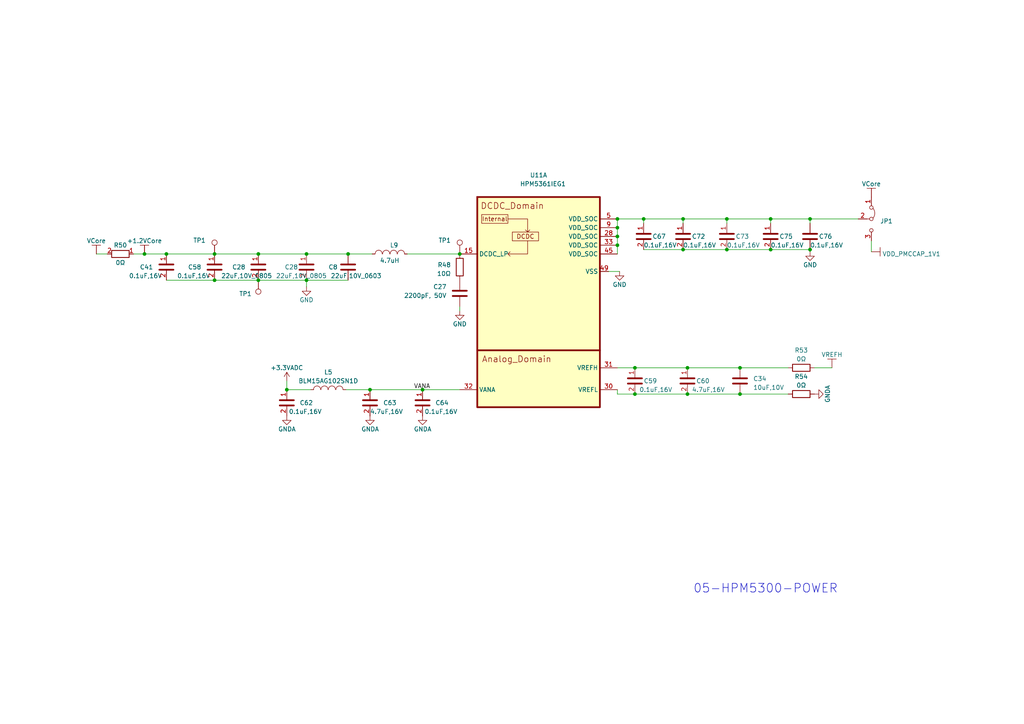
<source format=kicad_sch>
(kicad_sch (version 20230121) (generator eeschema)
  (paper "A4")
  (title_block (title "HPM6750 ADC EVK") (date "2023-5-25") (rev "A"))
  (lib_symbols
    (symbol "0.1uF,16V_10" (pin_names (offset 0.254))
      (property "Reference" "C" (at 0.635 2.54 0))
      (property "Value" "0.1uF,16V_10" (at 0.635 -2.54 0))
      (symbol "0.1uF,16V_10_0_1"
        (polyline (pts (xy -2.032 -0.762) (xy 2.032 -0.762)) (stroke (width 0.508)))
        (polyline (pts (xy -2.032 0.762) (xy 2.032 0.762)) (stroke (width 0.508)))
      )
      (symbol "0.1uF,16V_10_1_1"
        (pin passive line (at 0 3.81 270) (length 2.794) (name "~") (number "1"))
        (pin passive line (at 0 -3.81 90) (length 2.794) (name "~") (number "2"))
      )
    )
    (symbol "0.1uF,16V_11" (pin_numbers hide) (pin_names (offset 0.254))
      (property "Reference" "C" (at 0.635 2.54 0))
      (property "Value" "0.1uF,16V_11" (at 0.635 -2.54 0))
      (symbol "0.1uF,16V_11_0_1"
        (polyline (pts (xy -2.032 -0.762) (xy 2.032 -0.762)) (stroke (width 0.508)))
        (polyline (pts (xy -2.032 0.762) (xy 2.032 0.762)) (stroke (width 0.508)))
      )
      (symbol "0.1uF,16V_11_1_1"
        (pin passive line (at 0 3.81 270) (length 2.794) (name "~") (number "1"))
        (pin passive line (at 0 -3.81 90) (length 2.794) (name "~") (number "2"))
      )
    )
    (symbol "0.1uF,16V_3" (pin_names (offset 0.254))
      (property "Reference" "C" (at 0.635 2.54 0))
      (property "Value" "0.1uF,16V_3" (at 0.635 -2.54 0))
      (symbol "0.1uF,16V_3_0_1"
        (polyline (pts (xy -2.032 -0.762) (xy 2.032 -0.762)) (stroke (width 0.508)))
        (polyline (pts (xy -2.032 0.762) (xy 2.032 0.762)) (stroke (width 0.508)))
      )
      (symbol "0.1uF,16V_3_1_1"
        (pin passive line (at 0 3.81 270) (length 2.794) (name "~") (number "1"))
        (pin passive line (at 0 -3.81 90) (length 2.794) (name "~") (number "2"))
      )
    )
    (symbol "0.1uF,16V_4" (pin_names (offset 0.254))
      (property "Reference" "C" (at 0.635 2.54 0))
      (property "Value" "0.1uF,16V_4" (at 0.635 -2.54 0))
      (symbol "0.1uF,16V_4_0_1"
        (polyline (pts (xy -2.032 -0.762) (xy 2.032 -0.762)) (stroke (width 0.508)))
        (polyline (pts (xy -2.032 0.762) (xy 2.032 0.762)) (stroke (width 0.508)))
      )
      (symbol "0.1uF,16V_4_1_1"
        (pin passive line (at 0 3.81 270) (length 2.794) (name "~") (number "1"))
        (pin passive line (at 0 -3.81 90) (length 2.794) (name "~") (number "2"))
      )
    )
    (symbol "0.1uF,16V_7" (pin_names (offset 0.254))
      (property "Reference" "C" (at 0.635 2.54 0))
      (property "Value" "0.1uF,16V_7" (at 0.635 -2.54 0))
      (symbol "0.1uF,16V_7_0_1"
        (polyline (pts (xy -2.032 -0.762) (xy 2.032 -0.762)) (stroke (width 0.508)))
        (polyline (pts (xy -2.032 0.762) (xy 2.032 0.762)) (stroke (width 0.508)))
      )
      (symbol "0.1uF,16V_7_1_1"
        (pin passive line (at 0 3.81 270) (length 2.794) (name "~") (number "1"))
        (pin passive line (at 0 -3.81 90) (length 2.794) (name "~") (number "2"))
      )
    )
    (symbol "0.1uF,16V_8" (pin_names (offset 0.254))
      (property "Reference" "C" (at 0.635 2.54 0))
      (property "Value" "0.1uF,16V_8" (at 0.635 -2.54 0))
      (symbol "0.1uF,16V_8_0_1"
        (polyline (pts (xy -2.032 -0.762) (xy 2.032 -0.762)) (stroke (width 0.508)))
        (polyline (pts (xy -2.032 0.762) (xy 2.032 0.762)) (stroke (width 0.508)))
      )
      (symbol "0.1uF,16V_8_1_1"
        (pin passive line (at 0 3.81 270) (length 2.794) (name "~") (number "1"))
        (pin passive line (at 0 -3.81 90) (length 2.794) (name "~") (number "2"))
      )
    )
    (symbol "0.1uF,16V_9" (pin_names (offset 0.254))
      (property "Reference" "C" (at 0.635 2.54 0))
      (property "Value" "0.1uF,16V_9" (at 0.635 -2.54 0))
      (symbol "0.1uF,16V_9_0_1"
        (polyline (pts (xy -2.032 -0.762) (xy 2.032 -0.762)) (stroke (width 0.508)))
        (polyline (pts (xy -2.032 0.762) (xy 2.032 0.762)) (stroke (width 0.508)))
      )
      (symbol "0.1uF,16V_9_1_1"
        (pin passive line (at 0 3.81 270) (length 2.794) (name "~") (number "1"))
        (pin passive line (at 0 -3.81 90) (length 2.794) (name "~") (number "2"))
      )
    )
    (symbol "00_HPM5300_Library:HPM5361IEG1"
      (property "Reference" "U" (at 1.27 1.27 0))
      (property "Value" "HPM5361IEG1" (at 26.67 1.27 0))
      (property "Footprint" "00_HPM_Library:QFN-48_6x6mm_P0.4mm_EP4.2x4.2mm" (at 19.05 7.62 0))
      (symbol "HPM5361IEG1_1_0"
        (pin power_in line (at 38.1 -21.59 180) (length 2.54) (name "VSS") (number "49"))
      )
      (symbol "HPM5361IEG1_1_1"
        (polyline (pts (xy 0 -44.45) (xy 35.56 -44.45)) (stroke (width 0.508)))
        (polyline (pts (xy 8.89 -6.35) (xy 14.605 -6.35) (xy 14.605 -10.16) (xy 13.97 -9.525) (xy 14.605 -10.16) (xy 15.24 -9.525)))
        (polyline (pts (xy 14.605 -12.7) (xy 14.605 -16.51) (xy 8.89 -16.51) (xy 9.525 -15.875) (xy 8.89 -16.51) (xy 9.525 -17.145)))
        (rectangle (start 0 0) (end 35.56 -60.96) (stroke (width 0.508)) (fill (type background)))
        (rectangle (start 1.27 -5.08) (end 8.89 -7.62))
        (rectangle (start 10.16 -10.16) (end 17.78 -12.7))
        (text "Analog_Domain" (at 11.43 -46.99 0) (effects (font (size 1.778 1.778))))
        (text "DCDC" (at 13.97 -11.43 0) (effects (font (size 1.27 1.27))))
        (text "DCDC_Domain" (at 10.16 -2.54 0) (effects (font (size 1.778 1.778))))
        (text "Internal" (at 5.08 -6.35 0) (effects (font (size 1.27 1.27))))
        (pin power_in line (at -5.08 -16.51 0) (length 5.08) (name "DCDC_LP") (number "15"))
        (pin power_in line (at 40.64 -11.43 180) (length 5.08) (name "VDD_SOC") (number "28"))
        (pin power_in line (at 40.64 -55.88 180) (length 5.08) (name "VREFL") (number "30"))
        (pin power_in line (at 40.64 -49.53 180) (length 5.08) (name "VREFH") (number "31"))
        (pin power_in line (at -5.08 -55.88 0) (length 5.08) (name "VANA") (number "32"))
        (pin power_in line (at 40.64 -13.97 180) (length 5.08) (name "VDD_SOC") (number "33"))
        (pin power_in line (at 40.64 -16.51 180) (length 5.08) (name "VDD_SOC") (number "45"))
        (pin power_in line (at 40.64 -6.35 180) (length 5.08) (name "VDD_SOC") (number "5"))
        (pin power_in line (at 40.64 -8.89 180) (length 5.08) (name "VDD_SOC") (number "9"))
      )
      (symbol "HPM5361IEG1_2_1"
        (rectangle (start 0 0) (end 35.56 -30.48) (stroke (width 0.508)) (fill (type background)))
        (pin input line (at -5.08 -20.32 0) (length 5.08) (name "RESETN") (number "13"))
        (pin input line (at -5.08 -24.13 0) (length 5.08) (name "WAKEUP") (number "14"))
        (pin input line (at -5.08 -5.08 0) (length 5.08) (name "XTALI") (number "35"))
        (pin output line (at -5.08 -15.24 0) (length 5.08) (name "XTALO") (number "36"))
      )
      (symbol "HPM5361IEG1_3_0"
        (polyline (pts (xy 8.89 -13.97) (xy 60.96 -13.97) (xy 59.944 -13.462) (xy 60.96 -13.97) (xy 59.944 -14.478)))
        (polyline (pts (xy 8.89 -5.08) (xy 60.96 -5.08) (xy 59.944 -4.572) (xy 60.96 -5.08) (xy 59.944 -5.588)))
        (polyline (pts (xy 66.04 -13.97) (xy 144.78 -13.97) (xy 143.764 -13.462) (xy 144.78 -13.97) (xy 143.764 -14.478)))
        (polyline (pts (xy 66.04 -5.08) (xy 144.78 -5.08) (xy 143.764 -4.572) (xy 144.78 -5.08) (xy 143.764 -5.588)))
      )
      (symbol "HPM5361IEG1_3_1"
        (polyline (pts (xy 0 -17.78) (xy 158.75 -17.78)) (stroke (width 0.508)))
        (polyline (pts (xy 8.89 -12.7) (xy 8.89 -5.08) (xy 8.89 -13.97)))
        (rectangle (start 0 0) (end 158.75 -34.29) (stroke (width 0.508)) (fill (type background)))
        (rectangle (start 60.96 -12.7) (end 66.04 -15.24))
        (rectangle (start 60.96 -3.81) (end 66.04 -6.35))
        (text "LDO" (at 63.5 -13.97 0) (effects (font (size 1.27 1.27))))
        (text "LDO" (at 63.5 -5.08 0) (effects (font (size 1.27 1.27))))
        (pin power_out line (at 163.83 -13.97 180) (length 5.08) (name "VDD_OTPCAP") (number "10"))
        (pin power_in line (at -5.08 -5.08 0) (length 5.08) (name "VPMC") (number "16"))
        (pin power_out line (at 163.83 -5.08 180) (length 5.08) (name "VDD_PMCCAP") (number "17"))
        (pin bidirectional line (at -5.08 -26.67 0) (length 5.08) (name "PY01/TMR3.CAPT0/URT0.RXD/CAN2.RXD/PWM0.P1/PWM1.P5/PWM0.FAULT1/WDG0.RST/USB0.OC/PMIC_PY01/PURT.RXD/PTMR.COMP1/SOC.GPIO_Y01") (number "18"))
        (pin bidirectional line (at -5.08 -24.13 0) (length 5.08) (name "PY00/TMR3.COMP0/URT0.TXD/CAN2.TXD/PWM0.P0/PWM1.P4/PWM0.FAULT0/USB0.ID/PMIC_PY00/PURT.TXD/PTMR.COMP0/SOC.GPIO_Y00") (number "19"))
      )
      (symbol "HPM5361IEG1_4_1"
        (polyline (pts (xy 0 -13.97) (xy 207.01 -13.97)) (stroke (width 0.5)))
        (rectangle (start 0 0) (end 207.01 -96.52) (stroke (width 0.508)) (fill (type background)))
        (pin bidirectional line (at -5.08 -29.21 0) (length 5.08) (name "PA04/URT1.CTS/SPI0.CS0/CAN1.RXD/PWM0.P0/PWM1.P4/TRGM0.P04/RDC0.EXC_P/QEI1.A/QEO1.A/SEI1.DE/JTAG.TDO") (number "1"))
        (pin bidirectional line (at -5.08 -21.59 0) (length 5.08) (name "PA01/TMR1.CAPT0/URT0.RXD/CAN0.RXD/PWM0.FAULT1/PWM1.P1/TRGM0.P01/ACMP.COMP0") (number "11"))
        (pin bidirectional line (at -5.08 -19.05 0) (length 5.08) (name "PA00/TMR1.COMP0/URT0.TXD/CAN0.TXD/PWM0.FAULT0/PWM1.P0/TRGM0.P00/PWM1.FAULT0") (number "12"))
        (pin bidirectional line (at -5.08 -39.37 0) (length 5.08) (name "PA08/TMR0.COMP1/URT2.TXD/I2C2.SCL/SPI3.CS2/CAN2.TXD/PWM0.P4/PWM0.FAULT0/JTAG.TRST") (number "2"))
        (pin bidirectional line (at -5.08 -90.17 0) (length 5.08) (name "PB15/TMR0.COMP3/URT3.TXD/SPI2.DAT3/CAN3.TXD/PWM0.FAULT1/PWM1.P3/TRGM0.P03/RDC0.EXC_N/QEI0.H0/SEI0.RX/ADC0.IN7/ADC1.IN7/CMP0.INP1/CMP1.INP1/OPA1.INN1") (number "20"))
        (pin bidirectional line (at -5.08 -87.63 0) (length 5.08) (name "PB14/URT3.RXD/SPI2.DAT2/CAN3.RXD/PWM0.FAULT0/PWM1.P2/TRGM0.P02/RDC0.EXC_P/QEI0.Z/QEO1.Z/SEI0.TX/ADC0.IN6/ADC1.IN6/CMP0.INN1/CMP1.INN1/OPA1.INP1") (number "21"))
        (pin bidirectional line (at -5.08 -85.09 0) (length 5.08) (name "PB13/TMR1.COMP3/URT3.DE/URT3.RTS/I2C3.SCL/SPI2.MOSI/CAN3.STBY/PWM1.FAULT1/PWM1.P1/TRGM0.P01/QEI0.B/QEO1.B/SEI0.CK/ADC0.IN5/ADC1.IN5/CMP0.INP2/CMP1.INP2/OPA1.INN0") (number "22"))
        (pin bidirectional line (at -5.08 -82.55 0) (length 5.08) (name "PB12/URT3.CTS/I2C3.SDA/SPI2.MISO/PWM1.FAULT0/PWM1.P0/TRGM0.P00/QEI0.A/QEO1.A/SEI0.DE/ADC0.IN4/ADC1.IN4/CMP0.INN2/CMP1.INN2/OPA1.INP0") (number "23"))
        (pin bidirectional line (at -5.08 -80.01 0) (length 5.08) (name "PB11/URT2.CTS/SPI2.SCLK/ACMP.COMP1/PWM1.P7/QEI0.F/SEI1.RX/ADC0.IN3/ADC1.IN3/CMP0.INN4/CMP1.INN4/OPA0.INN3/OPA1.INN3") (number "24"))
        (pin bidirectional line (at -5.08 -77.47 0) (length 5.08) (name "PB10/TMR0.COMP2/URT2.DE/URT2.RTS/SPI2.CS0/CAN2.STBY/ACMP.COMP0/PWM1.P6/QEI0.H1/QEO1.Z/SEI1.TX/USB0.PWR/ADC0.IN2/ADC1.IN2/CMP0.INP4/CMP1.INP4/OPA0.INP3/OPA1.INP3") (number "25"))
        (pin bidirectional line (at -5.08 -74.93 0) (length 5.08) (name "PB09/TMR0.CAPT1/URT2.RXD/I2C2.SDA/SPI2.CS1/CAN2.RXD/ACMP.COMP1/PWM1.P5/QEI1.F/QEO1.B/SEI1.CK/USB0.OC/ADC0.IN1/ADC1.IN1/DAC1.OUT/CMP0.INP6/CMP1.INP6/OPA0.INN2/OPA1.INN2") (number "26"))
        (pin bidirectional line (at -5.08 -72.39 0) (length 5.08) (name "PB08/TMR0.COMP1/URT2.TXD/I2C2.SCL/SPI2.CS2/CAN2.TXD/ACMP.COMP0/PWM1.P4/QEI1.H1/QEO1.A/SEI1.DE/USB0.ID/ADC0.IN11/ADC1.IN11/DAC0.OUT/CMP0.INN6/CMP1.INN6/OPA0.INP2/OPA1.INP2") (number "27"))
        (pin power_in line (at -5.08 -8.89 0) (length 5.08) (name "VIO_B01") (number "29"))
        (pin bidirectional line (at -5.08 -41.91 0) (length 5.08) (name "PA09/TMR0.CAPT1/URT2.RXD/I2C2.SDA/SPI3.CS1/CAN2.RXD/PWM0.P5/PWM0.FAULT1") (number "3"))
        (pin power_in line (at -5.08 -6.35 0) (length 5.08) (name "VIO_B00") (number "34"))
        (pin bidirectional line (at -5.08 -64.77 0) (length 5.08) (name "PA31/TMR2.COMP3/URT7.TXD/SPI1.DAT3/CAN3.TXD/XPI0.CA_CS0/PWM0.P7/PWM1.P7/TRGM0.P07/QEI0.F/USB0.ID") (number "37"))
        (pin bidirectional line (at -5.08 -62.23 0) (length 5.08) (name "PA30/URT7.RXD/SPI1.DAT2/CAN3.RXD/XPI0.CA_D1/PWM0.P6/PWM1.P6/TRGM0.P06/QEI0.H1/USB0.PWR") (number "38"))
        (pin bidirectional line (at -5.08 -59.69 0) (length 5.08) (name "PA29/TMR3.COMP3/URT7.DE/URT7.RTS/I2C3.SCL/SPI1.MOSI/CAN3.STBY/XPI0.CA_D2/PWM0.P5/PWM1.P5/TRGM0.P05/RDC0.EXC_N/QEI0.H0/SEI0.RX/USB0.OC") (number "39"))
        (pin bidirectional line (at -5.08 -44.45 0) (length 5.08) (name "PA10/TMR0.COMP2/URT2.DE/URT2.RTS/SPI3.CS0/CAN2.STBY/PWM0.P6/PWM1.FAULT0/ACMP.COMP0/QEI1.A/QEO0.A/SEI1.DE") (number "4"))
        (pin bidirectional line (at -5.08 -57.15 0) (length 5.08) (name "PA28/URT7.CTS/I2C3.SDA/SPI1.MISO/XPI0.CA_D0/PWM0.P4/PWM1.P4/TRGM0.P04/RDC0.EXC_P/QEI0.Z/QEO0.Z/SEI0.TX") (number "40"))
        (pin bidirectional line (at -5.08 -54.61 0) (length 5.08) (name "PA27/URT6.CTS/SPI1.SCLK/XPI0.CA_SCLK/PWM0.P3/PWM1.P3/TRGM0.P03/QEI0.B/QEO0.B/SEI0.CK") (number "41"))
        (pin bidirectional line (at -5.08 -52.07 0) (length 5.08) (name "PA26/TMR2.COMP2/URT6.DE/URT6.RTS/SPI1.CS0/CAN2.STBY/XPI0.CA_D3/PWM0.P2/PWM1.P2/TRGM0.P02/QEI0.A/QEO0.A/SEI0.DE") (number "42"))
        (pin bidirectional line (at -5.08 -49.53 0) (length 5.08) (name "PA25/TMR2.CAPT1/URT6.RXD/I2C2.SDA/SPI1.CS1/CAN2.RXD/XPI0.CA_DQS/PWM0.P1/PWM1.P1/TRGM0.P01/QEI0.F") (number "43"))
        (pin bidirectional line (at -5.08 -46.99 0) (length 5.08) (name "PA24/TMR2.COMP1/URT6.TXD/I2C2.SCL/SPI1.CS2/CAN2.TXD/XPI0.CA_CS1/PWM0.P0/PWM1.P0/TRGM0.P00/QEI0.H1") (number "44"))
        (pin bidirectional line (at -5.08 -36.83 0) (length 5.08) (name "PA07/TMR0.COMP0/URT1.TXD/I2C1.SCL/SPI0.MOSI/PWM0.P3/PWM1.P7/TRGM0.P07/QEI1.H0/SEI1.RX/JTAG.TMS") (number "46"))
        (pin bidirectional line (at -5.08 -34.29 0) (length 5.08) (name "PA06/TMR0.CAPT0/URT1.RXD/I2C1.SDA/SPI0.MISO/PWM0.P2/PWM1.P6/TRGM0.P06/QEI1.Z/QEO1.Z/SEI1.TX/JTAG.TCK") (number "47"))
        (pin bidirectional line (at -5.08 -31.75 0) (length 5.08) (name "PA05/TMR1.COMP2/URT1.DE/URT1.RTS/SPI0.SCLK/CAN1.TXD/PWM0.P1/PWM1.P5/TRGM0.P05/RDC0.EXC_N/QEI1.B/QEO1.B/SEI1.CK/JTAG.TDI") (number "48"))
        (pin power_in line (at -5.08 -3.81 0) (length 5.08) (name "VIO_B00") (number "6"))
        (pin bidirectional line (at -5.08 -26.67 0) (length 5.08) (name "PA03/TMR1.CAPT1/URT0.CTS/I2C0.SDA/SPI3.CS3/CAN1.STBY/ACMP.COMP1/PWM1.P3/TRGM0.P03/PWM1.FAULT1/QEI1.H1/ADC0.DBG") (number "7"))
        (pin bidirectional line (at -5.08 -24.13 0) (length 5.08) (name "PA02/TMR1.COMP1/URT0.DE/URT0.RTS/I2C0.SCL/CAN0.STBY/ACMP.COMP0/PWM1.P2/TRGM0.P02/ACMP.COMP1/QEI1.F/ADC1.DBG") (number "8"))
      )
    )
    (symbol "02_HPM_Resis:10Ω" (pin_numbers hide) (pin_names (offset 0))
      (property "Reference" "R" (at -3.81 0.635 0))
      (property "Value" "10Ω" (at 5.08 0.635 0))
      (symbol "10Ω_0_1"
        (rectangle (start 2.54 -1.016) (end -2.54 1.016) (stroke (width 0.254)))
      )
      (symbol "10Ω_1_1"
        (pin passive line (at -3.81 0 0) (length 1.27) (name "~") (number "1"))
        (pin passive line (at 3.81 0 180) (length 1.27) (name "~") (number "2"))
      )
    )
    (symbol "03_HPM_CAP:0.1uF,16V" (pin_names (offset 0.254))
      (property "Reference" "C" (at 0.635 2.54 0))
      (property "Value" "0.1uF,16V" (at 0.635 -2.54 0))
      (symbol "0.1uF,16V_0_1"
        (polyline (pts (xy -2.032 -0.762) (xy 2.032 -0.762)) (stroke (width 0.508)))
        (polyline (pts (xy -2.032 0.762) (xy 2.032 0.762)) (stroke (width 0.508)))
      )
      (symbol "0.1uF,16V_1_1"
        (pin passive line (at 0 3.81 270) (length 2.794) (name "~") (number "1"))
        (pin passive line (at 0 -3.81 90) (length 2.794) (name "~") (number "2"))
      )
    )
    (symbol "03_HPM_CAP:10uF,10V" (pin_numbers hide) (pin_names (offset 0.254))
      (property "Reference" "C" (at 0.635 2.54 0))
      (property "Value" "10uF,10V" (at 0.635 -2.54 0))
      (symbol "10uF,10V_0_1"
        (polyline (pts (xy -2.032 -0.762) (xy 2.032 -0.762)) (stroke (width 0.508)))
        (polyline (pts (xy -2.032 0.762) (xy 2.032 0.762)) (stroke (width 0.508)))
      )
      (symbol "10uF,10V_1_1"
        (pin passive line (at 0 3.81 270) (length 2.794) (name "~") (number "1"))
        (pin passive line (at 0 -3.81 90) (length 2.794) (name "~") (number "2"))
      )
    )
    (symbol "03_HPM_CAP:2200pF" (pin_numbers hide) (pin_names (offset 0.254))
      (property "Reference" "C" (at 0.635 2.54 0))
      (property "Value" "2200pF" (at 0.635 -2.54 0))
      (symbol "2200pF_0_1"
        (polyline (pts (xy -2.032 -0.762) (xy 2.032 -0.762)) (stroke (width 0.508)))
        (polyline (pts (xy -2.032 0.762) (xy 2.032 0.762)) (stroke (width 0.508)))
      )
      (symbol "2200pF_1_1"
        (pin passive line (at 0 3.81 270) (length 2.794) (name "~") (number "1"))
        (pin passive line (at 0 -3.81 90) (length 2.794) (name "~") (number "2"))
      )
    )
    (symbol "03_HPM_Capacitance:22uF,10V_0603" (pin_numbers hide) (pin_names (offset 0.254))
      (property "Reference" "C" (at 0.635 2.54 0))
      (property "Value" "22uF,10V_0603" (at 0.635 -2.54 0))
      (symbol "22uF,10V_0603_0_1"
        (polyline (pts (xy -2.032 -0.762) (xy 2.032 -0.762)) (stroke (width 0.508)))
        (polyline (pts (xy -2.032 0.762) (xy 2.032 0.762)) (stroke (width 0.508)))
      )
      (symbol "22uF,10V_0603_1_1"
        (pin passive line (at 0 3.81 270) (length 2.794) (name "~") (number "1"))
        (pin passive line (at 0 -3.81 90) (length 2.794) (name "~") (number "2"))
      )
    )
    (symbol "03_HPM_Capacitance:22uF,10V_0805"
      (property "Reference" "C" (at 0 8.89 0))
      (property "Value" "22uF,10V_0805" (at 0 13.97 0))
      (symbol "22uF,10V_0805_0_1"
        (polyline (pts (xy -2.032 -0.762) (xy 2.032 -0.762)) (stroke (width 0.508)))
        (polyline (pts (xy -2.032 0.762) (xy 2.032 0.762)) (stroke (width 0.508)))
      )
      (symbol "22uF,10V_0805_1_1"
        (pin passive line (at 0 3.81 270) (length 2.794) (name "~") (number "1"))
        (pin passive line (at 0 -3.81 90) (length 2.794) (name "~") (number "2"))
      )
    )
    (symbol "07_HPM_L:SWPA3012S4R7MT" (pin_numbers hide) (pin_names (offset 1.016) hide)
      (property "Reference" "L" (at 6.35 2.54 0))
      (property "Value" "SWPA3012S4R7MT" (at 0 -2.54 0))
      (symbol "SWPA3012S4R7MT_1_1"
        (arc (start -3.2766 1.0922) (mid -4.0214 0.7672) (end -4.2926 0))
        (arc (start -2.286 0) (mid -2.5476 0.7513) (end -3.2766 1.0922))
        (arc (start -1.143 1.0922) (mid -1.8885 0.7665) (end -2.1336 0))
        (arc (start -0.127 0) (mid -0.3961 0.7692) (end -1.143 1.0922))
        (arc (start 1.016 1.0922) (mid 0.2712 0.7672) (end 0 0))
        (arc (start 2.032 0) (mid 1.7629 0.7692) (end 1.016 1.0922))
        (arc (start 3.2004 1.0922) (mid 2.4549 0.7665) (end 2.2098 0))
        (arc (start 4.2164 0) (mid 3.9473 0.7692) (end 3.2004 1.0922))
        (pin input line (at -5.08 0 0) (length 0.762) (name "1") (number "1"))
        (pin input line (at 5.08 0 180) (length 0.762) (name "2") (number "2"))
      )
    )
    (symbol "0Ω_2" (pin_numbers hide) (pin_names (offset 0))
      (property "Reference" "R" (at -3.81 0.635 0))
      (property "Value" "0Ω" (at 5.08 0.635 0))
      (symbol "0Ω_2_0_1"
        (rectangle (start 2.54 -1.016) (end -2.54 1.016) (stroke (width 0.254)))
      )
      (symbol "0Ω_2_1_1"
        (pin passive line (at -3.81 0 0) (length 1.27) (name "~") (number "1"))
        (pin passive line (at 3.81 0 180) (length 1.27) (name "~") (number "2"))
      )
    )
    (symbol "0Ω_4" (pin_names (offset 0))
      (property "Reference" "R" (at -3.81 0.635 0))
      (property "Value" "0Ω_4" (at 5.08 0.635 0))
      (symbol "0Ω_4_0_1"
        (rectangle (start 2.54 -1.016) (end -2.54 1.016) (stroke (width 0.254)))
      )
      (symbol "0Ω_4_1_1"
        (pin passive line (at -3.81 0 0) (length 1.27) (name "~") (number "1"))
        (pin passive line (at 3.81 0 180) (length 1.27) (name "~") (number "2"))
      )
    )
    (symbol "4.7uF,10V_1" (pin_names (offset 0.254))
      (property "Reference" "C" (at 0.635 2.54 0))
      (property "Value" "4.7uF,10V_1" (at 0.635 -2.54 0))
      (symbol "4.7uF,10V_1_0_1"
        (polyline (pts (xy -2.032 -0.762) (xy 2.032 -0.762)) (stroke (width 0.508)))
        (polyline (pts (xy -2.032 0.762) (xy 2.032 0.762)) (stroke (width 0.508)))
      )
      (symbol "4.7uF,10V_1_1_1"
        (pin passive line (at 0 3.81 270) (length 2.794) (name "~") (number "1"))
        (pin passive line (at 0 -3.81 90) (length 2.794) (name "~") (number "2"))
      )
    )
    (symbol "4.7uF,10V_2" (pin_names (offset 0.254))
      (property "Reference" "C" (at 0.635 2.54 0))
      (property "Value" "4.7uF,10V_2" (at 0.635 -2.54 0))
      (symbol "4.7uF,10V_2_0_1"
        (polyline (pts (xy -2.032 -0.762) (xy 2.032 -0.762)) (stroke (width 0.508)))
        (polyline (pts (xy -2.032 0.762) (xy 2.032 0.762)) (stroke (width 0.508)))
      )
      (symbol "4.7uF,10V_2_1_1"
        (pin passive line (at 0 3.81 270) (length 2.794) (name "~") (number "1"))
        (pin passive line (at 0 -3.81 90) (length 2.794) (name "~") (number "2"))
      )
    )
    (symbol "Connector:TestPoint" (pin_numbers hide) (pin_names (offset 0.762) hide)
      (property "Reference" "TP" (at 0 6.858 0))
      (property "Value" "TestPoint" (at 0 5.08 0))
      (symbol "TestPoint_0_1"
        (circle (center 0 3.302) (radius 0.762))
      )
      (symbol "TestPoint_1_1"
        (pin passive line (at 0 0 90) (length 2.54) (name "1") (number "1"))
      )
    )
    (symbol "Jumper:Jumper_3_Bridged12" (pin_names (offset 0) hide)
      (property "Reference" "JP" (at -2.54 -2.54 0))
      (property "Value" "Jumper_3_Bridged12" (at 0 2.794 0))
      (symbol "Jumper_3_Bridged12_0_0"
        (circle (center -3.302 0) (radius 0.508))
        (circle (center 0 0) (radius 0.508))
        (circle (center 3.302 0) (radius 0.508))
      )
      (symbol "Jumper_3_Bridged12_0_1"
        (arc (start -0.254 0.508) (mid -1.651 0.9912) (end -3.048 0.508))
        (polyline (pts (xy 0 -1.27) (xy 0 -0.508)))
      )
      (symbol "Jumper_3_Bridged12_1_1"
        (pin passive line (at -6.35 0 0) (length 2.54) (name "A") (number "1"))
        (pin passive line (at 0 -3.81 90) (length 2.54) (name "C") (number "2"))
        (pin passive line (at 6.35 0 180) (length 2.54) (name "B") (number "3"))
      )
    )
    (symbol "VDD_PMCCAP_1V1_1" (power) (pin_numbers hide) (pin_names (offset 0) hide) (in_bom no) (on_board no)
      (property "Value" "VDD_PMCCAP_1V1_1" (at 0 5.08 0))
      (symbol "VDD_PMCCAP_1V1_1_0_1"
        (polyline (pts (xy -1.27 2.54) (xy 1.27 2.54)))
      )
      (symbol "VDD_PMCCAP_1V1_1_1_1"
        (pin power_in line (at 0 0 90) (length 2.54) (name "VDD_PMCCAP_1V1") (number "1"))
      )
    )
    (symbol "hpm_power:+1.2VCore" (power) (pin_numbers hide) (pin_names (offset 0) hide) (in_bom no) (on_board no)
      (property "Value" "+1.2VCore" (at 0 3.81 0))
      (symbol "+1.2VCore_0_1"
        (polyline (pts (xy -1.27 2.54) (xy 1.27 2.54)))
      )
      (symbol "+1.2VCore_1_1"
        (pin power_in line (at 0 0 90) (length 2.54) (name "+1.2VCore") (number "1"))
      )
    )
    (symbol "hpm_power:VCore" (power) (pin_numbers hide) (pin_names (offset 0) hide) (in_bom no) (on_board no)
      (property "Value" "VCore" (at 0 3.81 0))
      (symbol "VCore_0_1"
        (polyline (pts (xy -1.27 2.54) (xy 1.27 2.54)))
      )
      (symbol "VCore_1_1"
        (pin power_in line (at 0 0 90) (length 2.54) (name "VCore") (number "1"))
      )
    )
    (symbol "hpm_power:VREFH" (power) (pin_numbers hide) (pin_names (offset 0) hide) (in_bom no) (on_board no)
      (property "Value" "VREFH" (at 0 3.81 0))
      (symbol "VREFH_0_1"
        (polyline (pts (xy -1.27 2.54) (xy 1.27 2.54)))
      )
      (symbol "VREFH_1_1"
        (pin power_in line (at 0 0 90) (length 2.54) (name "VREFH") (number "1"))
      )
    )
    (symbol "kicad_lceda:BLM15AG102SN1D" (pin_numbers hide) (pin_names (offset 1.016) hide)
      (property "Reference" "L" (at 0 3.6576 0))
      (property "Value" "BLM15AG102SN1D" (at 0 8.7376 0))
      (symbol "BLM15AG102SN1D_1_1"
        (polyline (pts (xy 2.2098 0) (xy 2.2098 0.2032) (xy 2.2352 0.381) (xy 2.3114 0.5588) (xy 2.4384 0.7366) (xy 2.5654 0.8636) (xy 2.7432 0.9652) (xy 2.921 1.0414) (xy 3.1242 1.0668) (xy 3.3274 1.0668) (xy 3.5052 1.0414) (xy 3.7084 0.9652) (xy 3.8608 0.8382) (xy 4.0132 0.7112) (xy 4.1148 0.5334) (xy 4.191 0.3556) (xy 4.2164 0.1778) (xy 4.2164 0)) (stroke (width 0.1524)))
        (polyline (pts (xy -4.2926 0) (xy -4.2926 0.2032) (xy -4.2672 0.381) (xy -4.191 0.5588) (xy -4.064 0.7366) (xy -3.937 0.8636) (xy -3.7592 0.9652) (xy -3.5814 1.0414) (xy -3.3782 1.0922) (xy -3.2004 1.0922) (xy -2.9972 1.0414) (xy -2.8194 0.9652) (xy -2.6416 0.8636) (xy -2.5146 0.7366) (xy -2.3876 0.5588) (xy -2.3114 0.381) (xy -2.286 0.2032) (xy -2.286 0) (xy -2.286 0)) (stroke (width 0.1524)))
        (polyline (pts (xy -2.1336 0) (xy -2.159 0.2032) (xy -2.1082 0.381) (xy -2.032 0.5588) (xy -1.9304 0.7366) (xy -1.778 0.8636) (xy -1.6256 0.9652) (xy -1.4224 1.0414) (xy -1.2446 1.0922) (xy -1.0414 1.0922) (xy -0.8382 1.0414) (xy -0.6604 0.9906) (xy -0.4826 0.8636) (xy -0.3556 0.7366) (xy -0.2286 0.5842) (xy -0.1524 0.381) (xy -0.127 0.2032) (xy -0.127 0) (xy -0.127 0)) (stroke (width 0.1524)))
        (polyline (pts (xy 0 0) (xy 0 0.2032) (xy 0.0508 0.381) (xy 0.127 0.5588) (xy 0.2286 0.7366) (xy 0.381 0.8636) (xy 0.5334 0.9652) (xy 0.7112 1.0414) (xy 0.9144 1.0922) (xy 1.1176 1.0922) (xy 1.3208 1.0414) (xy 1.4986 0.9906) (xy 1.651 0.8636) (xy 1.8034 0.7366) (xy 1.905 0.5842) (xy 1.9812 0.381) (xy 2.032 0.2032) (xy 2.032 0) (xy 2.032 0)) (stroke (width 0.1524)))
        (pin input line (at -5.08 0 0) (length 0.762) (name "1") (number "1"))
        (pin input line (at 5.08 0 180) (length 0.762) (name "2") (number "2"))
      )
    )
    (symbol "power:+3.3VADC" (power) (pin_names (offset 0))
      (property "Value" "+3.3VADC" (at 0 2.54 0))
      (symbol "+3.3VADC_0_0"
        (pin power_in line (at 0 0 90) (length 0) hide (name "+3.3VADC") (number "1"))
      )
      (symbol "+3.3VADC_0_1"
        (polyline (pts (xy -0.762 1.27) (xy 0 2.54)))
        (polyline (pts (xy 0 0) (xy 0 2.54)))
        (polyline (pts (xy 0 2.54) (xy 0.762 1.27)))
      )
    )
    (symbol "power:GND" (power) (pin_names (offset 0))
      (property "Value" "GND" (at 0 -3.81 0))
      (symbol "GND_0_1"
        (polyline (pts (xy 0 0) (xy 0 -1.27) (xy 1.27 -1.27) (xy 0 -2.54) (xy -1.27 -1.27) (xy 0 -1.27)))
      )
      (symbol "GND_1_1"
        (pin power_in line (at 0 0 270) (length 0) hide (name "GND") (number "1"))
      )
    )
    (symbol "power:GNDA" (power) (pin_names (offset 0))
      (property "Value" "GNDA" (at 0 -3.81 0))
      (symbol "GNDA_0_1"
        (polyline (pts (xy 0 0) (xy 0 -1.27) (xy 1.27 -1.27) (xy 0 -2.54) (xy -1.27 -1.27) (xy 0 -1.27)))
      )
      (symbol "GNDA_1_1"
        (pin power_in line (at 0 0 270) (length 0) hide (name "GNDA") (number "1"))
      )
    )
  )
  (junction (at 62.23 73.66))
  (junction (at 74.93 73.66))
  (junction (at 179.07 71.12))
  (junction (at 199.39 106.68))
  (junction (at 179.07 63.5))
  (junction (at 179.07 68.58))
  (junction (at 184.15 114.3))
  (junction (at 83.185 113.03))
  (junction (at 214.63 114.3))
  (junction (at 48.26 73.66))
  (junction (at 234.95 72.39))
  (junction (at 100.965 73.66))
  (junction (at 122.555 113.03))
  (junction (at 198.12 72.39))
  (junction (at 199.39 114.3))
  (junction (at 186.69 63.5))
  (junction (at 214.63 106.68))
  (junction (at 107.315 113.03))
  (junction (at 210.82 72.39))
  (junction (at 179.07 66.04))
  (junction (at 88.9 81.28))
  (junction (at 198.12 63.5))
  (junction (at 184.15 106.68))
  (junction (at 223.52 72.39))
  (junction (at 88.9 73.66))
  (junction (at 133.35 73.66))
  (junction (at 74.93 81.28))
  (junction (at 210.82 63.5))
  (junction (at 62.23 81.28))
  (junction (at 41.91 73.66))
  (junction (at 234.95 63.5))
  (junction (at 223.52 63.5))
  (wire (pts (xy 179.07 113.03) (xy 179.07 114.3)))
  (wire (pts (xy 223.52 63.5) (xy 223.52 64.77)))
  (wire (pts (xy 74.93 73.66) (xy 88.9 73.66)))
  (wire (pts (xy 186.69 63.5) (xy 198.12 63.5)))
  (wire (pts (xy 214.63 114.3) (xy 228.6 114.3)))
  (wire (pts (xy 184.15 106.68) (xy 199.39 106.68)))
  (wire (pts (xy 184.15 114.3) (xy 199.39 114.3)))
  (wire (pts (xy 214.63 106.68) (xy 228.6 106.68)))
  (wire (pts (xy 41.91 73.66) (xy 38.735 73.66)))
  (wire (pts (xy 210.82 63.5) (xy 223.52 63.5)))
  (wire (pts (xy 234.95 63.5) (xy 248.92 63.5)))
  (wire (pts (xy 179.07 106.68) (xy 184.15 106.68)))
  (wire (pts (xy 210.82 63.5) (xy 210.82 64.77)))
  (wire (pts (xy 133.35 90.17) (xy 133.35 88.9)))
  (wire (pts (xy 179.07 114.3) (xy 184.15 114.3)))
  (wire (pts (xy 88.9 81.28) (xy 74.93 81.28)))
  (wire (pts (xy 48.26 73.66) (xy 41.91 73.66)))
  (wire (pts (xy 62.23 73.66) (xy 48.26 73.66)))
  (wire (pts (xy 74.93 81.28) (xy 62.23 81.28)))
  (wire (pts (xy 179.705 78.74) (xy 176.53 78.74)))
  (wire (pts (xy 179.07 66.04) (xy 179.07 68.58)))
  (wire (pts (xy 83.185 113.03) (xy 83.185 110.49)))
  (wire (pts (xy 90.17 113.03) (xy 83.185 113.03)))
  (wire (pts (xy 186.69 72.39) (xy 198.12 72.39)))
  (wire (pts (xy 179.07 63.5) (xy 179.07 66.04)))
  (wire (pts (xy 223.52 63.5) (xy 234.95 63.5)))
  (wire (pts (xy 88.9 81.28) (xy 88.9 83.185)))
  (wire (pts (xy 199.39 114.3) (xy 214.63 114.3)))
  (wire (pts (xy 234.95 63.5) (xy 234.95 64.77)))
  (wire (pts (xy 100.965 73.66) (xy 107.95 73.66)))
  (wire (pts (xy 198.12 63.5) (xy 198.12 64.77)))
  (wire (pts (xy 88.9 73.66) (xy 100.965 73.66)))
  (wire (pts (xy 179.07 68.58) (xy 179.07 71.12)))
  (wire (pts (xy 198.12 72.39) (xy 210.82 72.39)))
  (wire (pts (xy 133.35 73.66) (xy 118.11 73.66)))
  (wire (pts (xy 107.315 113.03) (xy 122.555 113.03)))
  (wire (pts (xy 100.33 113.03) (xy 107.315 113.03)))
  (wire (pts (xy 122.555 113.03) (xy 133.35 113.03)))
  (wire (pts (xy 223.52 72.39) (xy 234.95 72.39)))
  (wire (pts (xy 241.3 106.68) (xy 236.22 106.68)))
  (wire (pts (xy 179.07 63.5) (xy 186.69 63.5)))
  (wire (pts (xy 198.12 63.5) (xy 210.82 63.5)))
  (wire (pts (xy 186.69 63.5) (xy 186.69 64.77)))
  (wire (pts (xy 252.73 73.025) (xy 252.73 69.85)))
  (wire (pts (xy 62.23 73.66) (xy 74.93 73.66)))
  (wire (pts (xy 234.95 72.39) (xy 234.95 73.025)))
  (wire (pts (xy 210.82 72.39) (xy 223.52 72.39)))
  (wire (pts (xy 199.39 106.68) (xy 214.63 106.68)))
  (wire (pts (xy 88.9 81.28) (xy 100.965 81.28)))
  (wire (pts (xy 179.07 71.12) (xy 179.07 73.66)))
  (wire (pts (xy 48.26 81.28) (xy 62.23 81.28)))
  (wire (pts (xy 31.115 73.66) (xy 27.94 73.66)))
  (text "05-HPM5300-POWER" (at 201.041 172.2882 0) (effects (font (size 2.54 2.54)) (justify left bottom)))
  (label "VANA" (at 120.015 113.03 0))
  (symbol (lib_id "power:GNDA") (at 107.315 120.65 0) (unit 1)
    (property "Reference" "#PWR0121" (effects hide))
    (property "Value" "GNDA" (at 104.775 124.46 0) (effects (justify left)))
    (instances (project "HPM5300_ADC_EVK_RevB" (path "" (reference "#PWR0121") (unit 1))) (project "EVK_REVC" (path "" (reference "#PWR0114") (unit 1))))
  )
  (symbol (lib_id "03_HPM_CAP:10uF,10V") (at 214.63 110.49 0) (unit 1)
    (property "Reference" "C34" (at 218.44 109.855 0) (effects (justify left)))
    (property "Value" "10uF,10V" (at 218.44 112.395 0) (effects (justify left)))
    (property "Footprint" "03_HPM_CAP:C_0603_1608Metric" (effects hide))
    (instances (project "HPM5300_ADC_EVK_RevB" (path "" (reference "C34") (unit 1)) (path "" (reference "C61") (unit 1))))
  )
  (symbol (lib_id "hpm_power:VCore") (at 27.94 73.66 0) (mirror y) (unit 1) (in_bom no) (on_board no)
    (property "Reference" "#PWR0116" (effects hide))
    (property "Value" "VCore" (at 27.94 69.85 0))
  )
  (symbol (lib_name "0.1uF,16V_3") (lib_id "03_HPM_CAP:0.1uF,16V") (at 83.185 116.84 0) (mirror y) (unit 1)
    (property "Reference" "C62" (at 90.805 116.84 0) (effects (justify left)))
    (property "Value" "0.1uF,16V" (at 93.345 119.38 0) (effects (justify left)))
    (property "Footprint" "03_HPM_CAP:C_0402_1005Metric" (effects hide))
    (instances (project "HPM5300_ADC_EVK_RevB" (path "" (reference "C62") (unit 1))) (project "EVK_REVC" (path "" (reference "C27") (unit 1))))
  )
  (symbol (lib_id "hpm_power:+1.2VCore") (at 41.91 73.66 0) (mirror y) (unit 1) (in_bom no) (on_board no)
    (property "Reference" "#PWR0106" (effects hide))
    (property "Value" "+1.2VCore" (at 41.91 69.85 0))
  )
  (symbol (lib_id "03_HPM_CAP:0.1uF,16V") (at 184.15 110.49 0) (unit 1)
    (property "Reference" "C59" (at 186.69 110.49 0) (effects (justify left)))
    (property "Value" "0.1uF,16V" (at 185.42 113.03 0) (effects (justify left)))
    (property "Footprint" "03_HPM_CAP:C_0402_1005Metric" (effects hide))
    (instances (project "HPM5300_ADC_EVK_RevB" (path "" (reference "C59") (unit 1))) (project "EVK_REVC" (path "" (reference "C317") (unit 1))))
  )
  (symbol (lib_name "0Ω_2") (lib_id "02_HPM_Resis:0Ω") (at 232.41 106.68 0) (unit 1)
    (property "Reference" "R53" (at 232.41 101.6 0))
    (property "Value" "0Ω" (at 232.41 104.14 0))
    (property "Footprint" "02_HPM_Resis:R_0603_1608Metric" (effects hide))
  )
  (symbol (lib_name "0.1uF,16V_9") (lib_id "03_HPM_CAP:0.1uF,16V") (at 210.82 68.58 0) (unit 1)
    (property "Reference" "C73" (at 213.36 68.58 0) (effects (justify left)))
    (property "Value" "0.1uF,16V" (at 210.82 71.12 0) (effects (justify left)))
    (property "Footprint" "03_HPM_CAP:C_0402_1005Metric" (effects hide))
    (instances (project "HPM5300_ADC_EVK_RevB" (path "" (reference "C73") (unit 1))) (project "EVK_REVC" (path "" (reference "C19") (unit 1))))
  )
  (symbol (lib_name "4.7uF,10V_2") (lib_id "03_HPM_CAP:4.7uF,10V") (at 199.39 110.49 0) (unit 1)
    (property "Reference" "C60" (at 201.93 110.49 0) (effects (justify left)))
    (property "Value" "4.7uF,16V" (at 200.66 113.03 0) (effects (justify left)))
    (property "Footprint" "03_HPM_CAP:C_0402_1005Metric" (effects hide))
    (instances (project "HPM5300_ADC_EVK_RevB" (path "" (reference "C60") (unit 1))) (project "EVK_REVC" (path "" (reference "C26") (unit 1))))
  )
  (symbol (lib_name "0.1uF,16V_3") (lib_id "03_HPM_CAP:0.1uF,16V") (at 122.555 116.84 0) (mirror y) (unit 1)
    (property "Reference" "C64" (at 130.175 116.84 0) (effects (justify left)))
    (property "Value" "0.1uF,16V" (at 132.715 119.38 0) (effects (justify left)))
    (property "Footprint" "03_HPM_CAP:C_0402_1005Metric" (effects hide))
    (instances (project "HPM5300_ADC_EVK_RevB" (path "" (reference "C64") (unit 1))) (project "EVK_REVC" (path "" (reference "C27") (unit 1))))
  )
  (symbol (lib_id "07_HPM_L:SWPA3012S4R7MT") (at 113.03 73.66 0) (mirror y) (unit 1)
    (property "Reference" "L9" (at 114.3 71.12 0))
    (property "Value" "4.7uH" (at 113.03 75.565 0))
    (property "Footprint" "Inductor_SMD:L_1008_2520Metric" (effects hide))
    (property "SuppliersPartNumber" "C83415" (effects hide))
    (property "Model" " DFE252012F-4R7M" (effects hide))
    (instances (project "HPM5300_ADC_EVK_RevB" (path "" (reference "L9") (unit 1))) (project "Four_Servo_HPM6280_MB" (path "" (reference "L6") (unit 1))))
  )
  (symbol (lib_name "VDD_PMCCAP_1V1_1") (lib_id "hpm_power:VDD_PMCCAP_1V1") (at 252.73 73.025 270) (unit 1) (in_bom no) (on_board no)
    (property "Reference" "#PWR087" (effects hide))
    (property "Value" "VDD_PMCCAP_1V1" (at 255.905 73.66 90) (effects (justify left)))
    (instances (project "HPM5300_ADC_EVK_RevB" (path "" (reference "#PWR087") (unit 1)) (path "" (reference "#PWR058") (unit 1))) (project "EVK_REVC" (path "" (reference "#PWR0162") (unit 1))))
  )
  (symbol (lib_name "0.1uF,16V_11") (lib_id "03_HPM_CAP:0.1uF,16V") (at 234.95 68.58 0) (unit 1)
    (property "Reference" "C76" (at 237.49 68.58 0) (effects (justify left)))
    (property "Value" "0.1uF,16V" (at 234.95 71.12 0) (effects (justify left)))
    (property "Footprint" "03_HPM_CAP:C_0402_1005Metric" (effects hide))
    (instances (project "HPM5300_ADC_EVK_RevB" (path "" (reference "C76") (unit 1))) (project "EVK_REVC" (path "" (reference "C21") (unit 1))))
  )
  (symbol (lib_name "0Ω_2") (lib_id "02_HPM_Resis:0Ω") (at 232.41 114.3 0) (unit 1)
    (property "Reference" "R54" (at 232.41 109.22 0))
    (property "Value" "0Ω" (at 232.41 111.76 0))
    (property "Footprint" "02_HPM_Resis:R_0603_1608Metric" (effects hide))
  )
  (symbol (lib_name "0Ω_4") (lib_id "02_HPM_Resis:0Ω") (at 34.925 73.66 0) (mirror y) (unit 1)
    (property "Reference" "R50" (at 34.925 71.12 0))
    (property "Value" "0Ω" (at 34.925 76.2 0))
    (property "Footprint" "02_HPM_Resis:R_0805_2012Metric" (effects hide))
    (instances (project "HPM5300_ADC_EVK_RevB" (path "" (reference "R50") (unit 1))) (project "EVK_REVC" (path "" (reference "R443") (unit 1))))
  )
  (symbol (lib_name "0.1uF,16V_7") (lib_id "03_HPM_CAP:0.1uF,16V") (at 186.69 68.58 0) (unit 1)
    (property "Reference" "C67" (at 189.23 68.58 0) (effects (justify left)))
    (property "Value" "0.1uF,16V" (at 186.69 71.12 0) (effects (justify left)))
    (property "Footprint" "03_HPM_CAP:C_0402_1005Metric" (effects hide))
    (instances (project "HPM5300_ADC_EVK_RevB" (path "" (reference "C67") (unit 1))) (project "EVK_REVC" (path "" (reference "C16") (unit 1))))
  )
  (symbol (lib_id "power:GND") (at 133.35 90.17 0) (mirror y) (unit 1)
    (property "Reference" "#PWR084" (effects hide))
    (property "Value" "GND" (at 133.35 93.98 0))
    (instances (project "HPM5300_ADC_EVK_RevB" (path "" (reference "#PWR084") (unit 1))) (project "EVK_REVC" (path "" (reference "#PWR0107") (unit 1))))
  )
  (symbol (lib_id "00_HPM5300_Library:HPM5361IEG1") (at 138.43 57.15 0) (unit 1)
    (property "Reference" "U11" (at 156.21 50.8 0))
    (property "Value" "HPM5361IEG1" (at 157.48 53.34 0))
    (property "Footprint" "00_HPM_Library:QFN-48_6x6mm_P0.4mm_EP4.2x4.2mm" (effects hide))
  )
  (symbol (lib_id "03_HPM_Capacitance:22uF,10V_0805") (at 88.9 77.47 0) (unit 1)
    (property "Reference" "C28" (at 82.55 77.47 0) (effects (justify left)))
    (property "Value" "22uF,10V_0805" (at 80.01 80.01 0) (effects (justify left)))
    (property "Footprint" "03_HPM_Capacitance:C_0805_2012Metric" (effects hide))
    (property "Model" " CL21A226MPQNNNE" (effects hide))
    (property "Company" " SAMSUNG(三星) " (effects hide))
    (instances (project "HPM5300_ADC_EVK_RevB" (path "" (reference "C28") (unit 1)) (path "" (reference "C37") (unit 1))))
  )
  (symbol (lib_id "kicad_lceda:BLM15AG102SN1D") (at 95.25 113.03 0) (unit 1)
    (property "Reference" "L5" (at 95.2246 107.95 0))
    (property "Value" "BLM15AG102SN1D" (at 95.2246 110.49 0))
    (property "Footprint" "kicad_lceda:L0402" (effects hide))
    (property "Datasheet" "http://www.szlcsc.com/product/details_78010.html" (effects hide))
    (property "SuppliersPartNumber" "C76883" (effects hide))
    (property "uuid" "std:31453510072c4f8e98ec6bbf092c7702" (effects hide))
    (instances (project "HPM5300_ADC_EVK_RevB" (path "" (reference "L5") (unit 1)) (path "" (reference "L10") (unit 1))))
  )
  (symbol (lib_id "03_HPM_CAP:2200pF") (at 133.35 85.09 0) (mirror y) (unit 1)
    (property "Reference" "C27" (at 129.54 83.185 0) (effects (justify left)))
    (property "Value" "2200pF, 50V" (at 129.54 85.725 0) (effects (justify left)))
    (property "Footprint" "03_HPM_CAP:C_0603_1608Metric" (effects hide))
  )
  (symbol (lib_name "0.1uF,16V_4") (lib_id "03_HPM_CAP:0.1uF,16V") (at 48.26 77.47 0) (mirror y) (unit 1)
    (property "Reference" "C41" (at 44.45 77.47 0) (effects (justify left)))
    (property "Value" "0.1uF,16V" (at 46.99 80.01 0) (effects (justify left)))
    (property "Footprint" "03_HPM_CAP:C_0402_1005Metric" (effects hide))
    (instances (project "HPM5300_ADC_EVK_RevB" (path "" (reference "C41") (unit 1))) (project "EVK_REVC" (path "" (reference "C11") (unit 1))))
  )
  (symbol (lib_id "Jumper:Jumper_3_Bridged12") (at 252.73 63.5 270) (unit 1)
    (property "Reference" "JP1" (at 255.27 64.135 90) (effects (justify left)))
    (property "Value" "Jumper_3_Bridged12" (effects hide))
    (property "Footprint" "Connector_PinHeader_2.54mm:PinHeader_1x03_P2.54mm_Vertical" (effects hide))
  )
  (symbol (lib_id "02_HPM_Resis:10Ω") (at 133.35 77.47 270) (mirror x) (unit 1)
    (property "Reference" "R48" (at 130.81 76.835 90) (effects (justify right)))
    (property "Value" "10Ω" (at 130.81 79.375 90) (effects (justify right)))
    (property "Footprint" "02_HPM_Resis:R_0603_1608Metric" (effects hide))
  )
  (symbol (lib_id "Connector:TestPoint") (at 133.35 73.66 0) (mirror y) (unit 1)
    (property "Reference" "TP1" (at 130.81 69.723 0) (effects (justify left)))
    (property "Value" "DCDC_LP" (effects hide))
    (property "Footprint" "TestPoint:TestPoint_Pad_D1.0mm" (effects hide))
    (instances (project "HPM5300_ADC_EVK_RevB" (path "" (reference "TP1") (unit 1)) (path "" (reference "TP7") (unit 1))))
  )
  (symbol (lib_name "4.7uF,10V_1") (lib_id "03_HPM_CAP:4.7uF,10V") (at 107.315 116.84 0) (mirror y) (unit 1)
    (property "Reference" "C63" (at 111.125 116.84 0) (effects (justify right)))
    (property "Value" "4.7uF,16V" (at 107.315 119.38 0) (effects (justify right)))
    (property "Footprint" "03_HPM_CAP:C_0402_1005Metric" (effects hide))
    (instances (project "HPM5300_ADC_EVK_RevB" (path "" (reference "C63") (unit 1))) (project "EVK_REVC" (path "" (reference "C25") (unit 1))))
  )
  (symbol (lib_id "power:GNDA") (at 236.22 114.3 90) (unit 1)
    (property "Reference" "#PWR0117" (effects hide))
    (property "Value" "GNDA" (at 240.03 116.84 0) (effects (justify left)))
    (instances (project "HPM5300_ADC_EVK_RevB" (path "" (reference "#PWR0117") (unit 1))) (project "EVK_REVC" (path "" (reference "#PWR0116") (unit 1))))
  )
  (symbol (lib_id "power:+3.3VADC") (at 83.185 110.49 0) (unit 1)
    (property "Reference" "#PWR075" (effects hide))
    (property "Value" "+3.3VADC" (at 83.185 106.68 0))
    (instances (project "HPM5300_ADC_EVK_RevB" (path "" (reference "#PWR075") (unit 1)) (path "" (reference "#PWR0119") (unit 1))))
  )
  (symbol (lib_id "03_HPM_Capacitance:22uF,10V_0805") (at 74.93 77.47 0) (unit 1)
    (property "Reference" "C28" (at 67.31 77.47 0) (effects (justify left)))
    (property "Value" "22uF,10V_0805" (at 64.135 80.01 0) (effects (justify left)))
    (property "Footprint" "03_HPM_Capacitance:C_0805_2012Metric" (effects hide))
    (property "Model" " CL21A226MPQNNNE" (effects hide))
    (property "Company" " SAMSUNG(三星) " (effects hide))
    (instances (project "HPM5300_ADC_EVK_RevB" (path "" (reference "C28") (unit 1)) (path "" (reference "C57") (unit 1))))
  )
  (symbol (lib_id "power:GNDA") (at 83.185 120.65 0) (unit 1)
    (property "Reference" "#PWR0120" (effects hide))
    (property "Value" "GNDA" (at 80.645 124.46 0) (effects (justify left)))
    (instances (project "HPM5300_ADC_EVK_RevB" (path "" (reference "#PWR0120") (unit 1))) (project "EVK_REVC" (path "" (reference "#PWR0114") (unit 1))))
  )
  (symbol (lib_id "hpm_power:VCore") (at 252.73 57.15 0) (mirror y) (unit 1) (in_bom no) (on_board no)
    (property "Reference" "#PWR0124" (effects hide))
    (property "Value" "VCore" (at 252.73 53.34 0))
  )
  (symbol (lib_id "Connector:TestPoint") (at 62.23 73.66 0) (mirror y) (unit 1)
    (property "Reference" "TP1" (at 59.69 69.723 0) (effects (justify left)))
    (property "Value" "VCore" (effects hide))
    (property "Footprint" "TestPoint:TestPoint_Pad_D1.0mm" (effects hide))
    (property "Datasheet" "(layers" (effects hide))
    (instances (project "HPM5300_ADC_EVK_RevB" (path "" (reference "TP1") (unit 1)) (path "" (reference "TP11") (unit 1))))
  )
  (symbol (lib_id "03_HPM_Capacitance:22uF,10V_0603") (at 100.965 77.47 0) (unit 1)
    (property "Reference" "C8" (at 95.25 77.47 0) (effects (justify left)))
    (property "Value" "22uF,10V_0603" (at 95.885 80.01 0) (effects (justify left)))
    (property "Footprint" "03_HPM_Capacitance:C_0603" (effects hide))
    (property "Model" " CL10A226MP8NUNE" (effects hide))
    (property "Company" " SAMSUNG(三星)" (effects hide))
  )
  (symbol (lib_id "hpm_power:VREFH") (at 241.3 106.68 0) (unit 1) (in_bom no) (on_board no)
    (property "Reference" "#PWR0118" (effects hide))
    (property "Value" "VREFH" (at 241.3 102.87 0))
  )
  (symbol (lib_id "Connector:TestPoint") (at 74.93 81.28 0) (mirror x) (unit 1)
    (property "Reference" "TP1" (at 73.025 85.217 0) (effects (justify right)))
    (property "Value" "GND" (effects hide))
    (property "Footprint" "TestPoint:TestPoint_Pad_D1.0mm" (effects hide))
    (property "Datasheet" "(layers" (effects hide))
    (instances (project "HPM5300_ADC_EVK_RevB" (path "" (reference "TP1") (unit 1)) (path "" (reference "TP9") (unit 1))))
  )
  (symbol (lib_id "power:GND") (at 179.705 78.74 0) (unit 1)
    (property "Reference" "#PWR0123" (effects hide))
    (property "Value" "GND" (at 179.705 82.55 0))
    (instances (project "HPM5300_ADC_EVK_RevB" (path "" (reference "#PWR0123") (unit 1))) (project "EVK_REVC" (path "" (reference "#PWR0126") (unit 1))))
  )
  (symbol (lib_id "power:GND") (at 88.9 83.185 0) (mirror y) (unit 1)
    (property "Reference" "#PWR090" (effects hide))
    (property "Value" "GND" (at 88.9 86.995 0))
    (instances (project "HPM5300_ADC_EVK_RevB" (path "" (reference "#PWR090") (unit 1))) (project "EVK_REVC" (path "" (reference "#PWR0107") (unit 1))))
  )
  (symbol (lib_name "0.1uF,16V_10") (lib_id "03_HPM_CAP:0.1uF,16V") (at 223.52 68.58 0) (unit 1)
    (property "Reference" "C75" (at 226.06 68.58 0) (effects (justify left)))
    (property "Value" "0.1uF,16V" (at 223.52 71.12 0) (effects (justify left)))
    (property "Footprint" "03_HPM_CAP:C_0402_1005Metric" (effects hide))
    (instances (project "HPM5300_ADC_EVK_RevB" (path "" (reference "C75") (unit 1))) (project "EVK_REVC" (path "" (reference "C20") (unit 1))))
  )
  (symbol (lib_name "0.1uF,16V_4") (lib_id "03_HPM_CAP:0.1uF,16V") (at 62.23 77.47 0) (mirror y) (unit 1)
    (property "Reference" "C58" (at 58.42 77.47 0) (effects (justify left)))
    (property "Value" "0.1uF,16V" (at 60.96 80.01 0) (effects (justify left)))
    (property "Footprint" "03_HPM_CAP:C_0402_1005Metric" (effects hide))
    (instances (project "HPM5300_ADC_EVK_RevB" (path "" (reference "C58") (unit 1))) (project "EVK_REVC" (path "" (reference "C11") (unit 1))))
  )
  (symbol (lib_id "power:GNDA") (at 122.555 120.65 0) (unit 1)
    (property "Reference" "#PWR0122" (effects hide))
    (property "Value" "GNDA" (at 120.015 124.46 0) (effects (justify left)))
    (instances (project "HPM5300_ADC_EVK_RevB" (path "" (reference "#PWR0122") (unit 1))) (project "EVK_REVC" (path "" (reference "#PWR0113") (unit 1))))
  )
  (symbol (lib_id "power:GND") (at 234.95 73.025 0) (unit 1)
    (property "Reference" "#PWR0125" (effects hide))
    (property "Value" "GND" (at 232.918 76.835 0) (effects (justify left)))
    (instances (project "HPM5300_ADC_EVK_RevB" (path "" (reference "#PWR0125") (unit 1))) (project "HPM5300 SKT Board QFN48 REVA" (path "" (reference "#PWR05") (unit 1))))
  )
  (symbol (lib_name "0.1uF,16V_8") (lib_id "03_HPM_CAP:0.1uF,16V") (at 198.12 68.58 0) (unit 1)
    (property "Reference" "C72" (at 200.66 68.58 0) (effects (justify left)))
    (property "Value" "0.1uF,16V" (at 198.12 71.12 0) (effects (justify left)))
    (property "Footprint" "03_HPM_CAP:C_0402_1005Metric" (effects hide))
    (instances (project "HPM5300_ADC_EVK_RevB" (path "" (reference "C72") (unit 1))) (project "EVK_REVC" (path "" (reference "C17") (unit 1))))
  )
)
</source>
